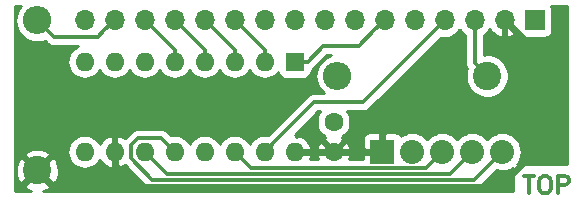
<source format=gtl>
G04 #@! TF.GenerationSoftware,KiCad,Pcbnew,(5.1.4)-1*
G04 #@! TF.CreationDate,2019-09-10T00:03:10+02:00*
G04 #@! TF.ProjectId,Display,44697370-6c61-4792-9e6b-696361645f70,1.0*
G04 #@! TF.SameCoordinates,PXd59f80PY1d905c0*
G04 #@! TF.FileFunction,Copper,L1,Top*
G04 #@! TF.FilePolarity,Positive*
%FSLAX46Y46*%
G04 Gerber Fmt 4.6, Leading zero omitted, Abs format (unit mm)*
G04 Created by KiCad (PCBNEW (5.1.4)-1) date 2019-09-10 00:03:10*
%MOMM*%
%LPD*%
G04 APERTURE LIST*
%ADD10C,0.300000*%
%ADD11O,2.032000X2.032000*%
%ADD12R,2.032000X2.032000*%
%ADD13O,1.700000X1.700000*%
%ADD14R,1.700000X1.700000*%
%ADD15O,1.600000X1.600000*%
%ADD16R,1.600000X1.600000*%
%ADD17O,2.400000X2.400000*%
%ADD18C,2.400000*%
%ADD19C,1.600000*%
%ADD20C,0.600000*%
%ADD21C,0.254000*%
G04 APERTURE END LIST*
D10*
X43709571Y1976429D02*
X44566714Y1976429D01*
X44138142Y476429D02*
X44138142Y1976429D01*
X45352428Y1976429D02*
X45638142Y1976429D01*
X45781000Y1905000D01*
X45923857Y1762143D01*
X45995285Y1476429D01*
X45995285Y976429D01*
X45923857Y690715D01*
X45781000Y547858D01*
X45638142Y476429D01*
X45352428Y476429D01*
X45209571Y547858D01*
X45066714Y690715D01*
X44995285Y976429D01*
X44995285Y1476429D01*
X45066714Y1762143D01*
X45209571Y1905000D01*
X45352428Y1976429D01*
X46638142Y476429D02*
X46638142Y1976429D01*
X47209571Y1976429D01*
X47352428Y1905000D01*
X47423857Y1833572D01*
X47495285Y1690715D01*
X47495285Y1476429D01*
X47423857Y1333572D01*
X47352428Y1262143D01*
X47209571Y1190715D01*
X46638142Y1190715D01*
D11*
X41880000Y4012500D03*
X39340000Y4012500D03*
X36800000Y4012500D03*
X34260000Y4012500D03*
D12*
X31720000Y4012500D03*
D13*
X6510500Y15125000D03*
X9050500Y15125000D03*
X11590500Y15125000D03*
X14130500Y15125000D03*
X16670500Y15125000D03*
X19210500Y15125000D03*
X21750500Y15125000D03*
X24290500Y15125000D03*
X26830500Y15125000D03*
X29370500Y15125000D03*
X31910500Y15125000D03*
X34450500Y15125000D03*
X36990500Y15125000D03*
X39530500Y15125000D03*
X42070500Y15125000D03*
D14*
X44610500Y15125000D03*
D15*
X24290500Y4012500D03*
X6510500Y11632500D03*
X21750500Y4012500D03*
X9050500Y11632500D03*
X19210500Y4012500D03*
X11590500Y11632500D03*
X16670500Y4012500D03*
X14130500Y11632500D03*
X14130500Y4012500D03*
X16670500Y11632500D03*
X11590500Y4012500D03*
X19210500Y11632500D03*
X9050500Y4012500D03*
X21750500Y11632500D03*
X6510500Y4012500D03*
D16*
X24290500Y11632500D03*
D17*
X27910000Y10426000D03*
D18*
X40610000Y10426000D03*
D17*
X2510000Y15125000D03*
D18*
X2510000Y2425000D03*
D19*
X27592500Y6512500D03*
X27592500Y4012500D03*
D20*
X31720000Y4012500D02*
X27592500Y4012500D01*
X24290500Y4012500D02*
X27592500Y4012500D01*
X3709999Y1225001D02*
X2510000Y2425000D01*
X3938531Y996469D02*
X3709999Y1225001D01*
X10935161Y996469D02*
X11368031Y996469D01*
X9050500Y2881130D02*
X10935161Y996469D01*
X9050500Y4012500D02*
X9050500Y2881130D01*
X11368031Y996469D02*
X3938531Y996469D01*
X41594469Y996469D02*
X11368031Y996469D01*
X44166000Y3568000D02*
X41594469Y996469D01*
X42070500Y15125000D02*
X44166000Y13029500D01*
X33660000Y7568500D02*
X44166000Y7568500D01*
X31720000Y5628500D02*
X33660000Y7568500D01*
X31720000Y4012500D02*
X31720000Y5628500D01*
X44166000Y13029500D02*
X44166000Y7568500D01*
X44166000Y7568500D02*
X44166000Y3568000D01*
D10*
X8200501Y14275001D02*
X9050500Y15125000D01*
X7653500Y13728000D02*
X8200501Y14275001D01*
X3907000Y13728000D02*
X7653500Y13728000D01*
X2510000Y15125000D02*
X3907000Y13728000D01*
X39530500Y11505500D02*
X40610000Y10426000D01*
X39530500Y15125000D02*
X39530500Y11505500D01*
X40864001Y2996501D02*
X41880000Y4012500D01*
X39513979Y1646479D02*
X40864001Y2996501D01*
X12254519Y1646479D02*
X39513979Y1646479D01*
X10440499Y3460499D02*
X12254519Y1646479D01*
X10440499Y4564501D02*
X10440499Y3460499D01*
X11038499Y5162501D02*
X10440499Y4564501D01*
X12980499Y5162501D02*
X11038499Y5162501D01*
X14130500Y4012500D02*
X12980499Y5162501D01*
X12390499Y3212501D02*
X11590500Y4012500D01*
X13456511Y2146489D02*
X12390499Y3212501D01*
X37473989Y2146489D02*
X13456511Y2146489D01*
X39340000Y4012500D02*
X37473989Y2146489D01*
X20010499Y3212501D02*
X19210500Y4012500D01*
X20576501Y2646499D02*
X20010499Y3212501D01*
X35433999Y2646499D02*
X20576501Y2646499D01*
X36800000Y4012500D02*
X35433999Y2646499D01*
X22550499Y4812499D02*
X21750500Y4012500D01*
X25941500Y8203500D02*
X22550499Y4812499D01*
X36990500Y15125000D02*
X30069000Y8203500D01*
X30069000Y8203500D02*
X25941500Y8203500D01*
X14130500Y12585000D02*
X14130500Y11632500D01*
X11590500Y15125000D02*
X14130500Y12585000D01*
X16670500Y12585000D02*
X16670500Y11632500D01*
X14130500Y15125000D02*
X16670500Y12585000D01*
X19210500Y12585000D02*
X19210500Y11632500D01*
X16670500Y15125000D02*
X19210500Y12585000D01*
X21750500Y12585000D02*
X21750500Y11632500D01*
X19210500Y15125000D02*
X21750500Y12585000D01*
X31060501Y14275001D02*
X31910500Y15125000D01*
X29751500Y12966000D02*
X31060501Y14275001D01*
X26724000Y12966000D02*
X29751500Y12966000D01*
X24290500Y11632500D02*
X25390500Y11632500D01*
X25390500Y11632500D02*
X26724000Y12966000D01*
D21*
G36*
X976871Y16149404D02*
G01*
X806479Y15830622D01*
X701552Y15484723D01*
X666122Y15125000D01*
X701552Y14765277D01*
X806479Y14419378D01*
X976871Y14100596D01*
X1206181Y13821181D01*
X1485596Y13591871D01*
X1804378Y13421479D01*
X2150277Y13316552D01*
X2419861Y13290000D01*
X2600139Y13290000D01*
X2869723Y13316552D01*
X3129491Y13395351D01*
X3324658Y13200184D01*
X3349236Y13170236D01*
X3379184Y13145658D01*
X3379187Y13145655D01*
X3382710Y13142764D01*
X3468767Y13072138D01*
X3605140Y12999246D01*
X3714738Y12966000D01*
X3753112Y12954359D01*
X3767490Y12952943D01*
X3868439Y12943000D01*
X3868446Y12943000D01*
X3906999Y12939203D01*
X3945552Y12943000D01*
X5918128Y12943000D01*
X5709399Y12831432D01*
X5490892Y12652108D01*
X5311568Y12433601D01*
X5178318Y12184308D01*
X5096264Y11913809D01*
X5068557Y11632500D01*
X5096264Y11351191D01*
X5178318Y11080692D01*
X5311568Y10831399D01*
X5490892Y10612892D01*
X5709399Y10433568D01*
X5958692Y10300318D01*
X6229191Y10218264D01*
X6440008Y10197500D01*
X6580992Y10197500D01*
X6791809Y10218264D01*
X7062308Y10300318D01*
X7311601Y10433568D01*
X7530108Y10612892D01*
X7709432Y10831399D01*
X7780500Y10964358D01*
X7851568Y10831399D01*
X8030892Y10612892D01*
X8249399Y10433568D01*
X8498692Y10300318D01*
X8769191Y10218264D01*
X8980008Y10197500D01*
X9120992Y10197500D01*
X9331809Y10218264D01*
X9602308Y10300318D01*
X9851601Y10433568D01*
X10070108Y10612892D01*
X10249432Y10831399D01*
X10320500Y10964358D01*
X10391568Y10831399D01*
X10570892Y10612892D01*
X10789399Y10433568D01*
X11038692Y10300318D01*
X11309191Y10218264D01*
X11520008Y10197500D01*
X11660992Y10197500D01*
X11871809Y10218264D01*
X12142308Y10300318D01*
X12391601Y10433568D01*
X12610108Y10612892D01*
X12789432Y10831399D01*
X12860500Y10964358D01*
X12931568Y10831399D01*
X13110892Y10612892D01*
X13329399Y10433568D01*
X13578692Y10300318D01*
X13849191Y10218264D01*
X14060008Y10197500D01*
X14200992Y10197500D01*
X14411809Y10218264D01*
X14682308Y10300318D01*
X14931601Y10433568D01*
X15150108Y10612892D01*
X15329432Y10831399D01*
X15400500Y10964358D01*
X15471568Y10831399D01*
X15650892Y10612892D01*
X15869399Y10433568D01*
X16118692Y10300318D01*
X16389191Y10218264D01*
X16600008Y10197500D01*
X16740992Y10197500D01*
X16951809Y10218264D01*
X17222308Y10300318D01*
X17471601Y10433568D01*
X17690108Y10612892D01*
X17869432Y10831399D01*
X17940500Y10964358D01*
X18011568Y10831399D01*
X18190892Y10612892D01*
X18409399Y10433568D01*
X18658692Y10300318D01*
X18929191Y10218264D01*
X19140008Y10197500D01*
X19280992Y10197500D01*
X19491809Y10218264D01*
X19762308Y10300318D01*
X20011601Y10433568D01*
X20230108Y10612892D01*
X20409432Y10831399D01*
X20480500Y10964358D01*
X20551568Y10831399D01*
X20730892Y10612892D01*
X20949399Y10433568D01*
X21198692Y10300318D01*
X21469191Y10218264D01*
X21680008Y10197500D01*
X21820992Y10197500D01*
X22031809Y10218264D01*
X22302308Y10300318D01*
X22551601Y10433568D01*
X22770108Y10612892D01*
X22862919Y10725982D01*
X22864688Y10708018D01*
X22900998Y10588320D01*
X22959963Y10478006D01*
X23039315Y10381315D01*
X23136006Y10301963D01*
X23246320Y10242998D01*
X23366018Y10206688D01*
X23490500Y10194428D01*
X25090500Y10194428D01*
X25214982Y10206688D01*
X25334680Y10242998D01*
X25444994Y10301963D01*
X25541685Y10381315D01*
X25621037Y10478006D01*
X25680002Y10588320D01*
X25716312Y10708018D01*
X25728572Y10832500D01*
X25728572Y10923101D01*
X25828733Y10976638D01*
X25948264Y11074736D01*
X25972847Y11104690D01*
X27049157Y12181000D01*
X27374082Y12181000D01*
X27204378Y12129521D01*
X26885596Y11959129D01*
X26606181Y11729819D01*
X26376871Y11450404D01*
X26206479Y11131622D01*
X26101552Y10785723D01*
X26066122Y10426000D01*
X26101552Y10066277D01*
X26206479Y9720378D01*
X26376871Y9401596D01*
X26606181Y9122181D01*
X26769072Y8988500D01*
X25980056Y8988500D01*
X25941500Y8992297D01*
X25902944Y8988500D01*
X25902939Y8988500D01*
X25862526Y8984520D01*
X25787613Y8977142D01*
X25639640Y8932254D01*
X25503267Y8859362D01*
X25383736Y8761264D01*
X25359155Y8731312D01*
X22049279Y5421436D01*
X22031809Y5426736D01*
X21820992Y5447500D01*
X21680008Y5447500D01*
X21469191Y5426736D01*
X21198692Y5344682D01*
X20949399Y5211432D01*
X20730892Y5032108D01*
X20551568Y4813601D01*
X20480500Y4680642D01*
X20409432Y4813601D01*
X20230108Y5032108D01*
X20011601Y5211432D01*
X19762308Y5344682D01*
X19491809Y5426736D01*
X19280992Y5447500D01*
X19140008Y5447500D01*
X18929191Y5426736D01*
X18658692Y5344682D01*
X18409399Y5211432D01*
X18190892Y5032108D01*
X18011568Y4813601D01*
X17940500Y4680642D01*
X17869432Y4813601D01*
X17690108Y5032108D01*
X17471601Y5211432D01*
X17222308Y5344682D01*
X16951809Y5426736D01*
X16740992Y5447500D01*
X16600008Y5447500D01*
X16389191Y5426736D01*
X16118692Y5344682D01*
X15869399Y5211432D01*
X15650892Y5032108D01*
X15471568Y4813601D01*
X15400500Y4680642D01*
X15329432Y4813601D01*
X15150108Y5032108D01*
X14931601Y5211432D01*
X14682308Y5344682D01*
X14411809Y5426736D01*
X14200992Y5447500D01*
X14060008Y5447500D01*
X13849191Y5426736D01*
X13831721Y5421437D01*
X13562846Y5690311D01*
X13538263Y5720265D01*
X13418732Y5818363D01*
X13282359Y5891255D01*
X13134386Y5936142D01*
X13019060Y5947501D01*
X13019052Y5947501D01*
X12980499Y5951298D01*
X12941946Y5947501D01*
X11077055Y5947501D01*
X11038499Y5951298D01*
X10999943Y5947501D01*
X10999938Y5947501D01*
X10959525Y5943521D01*
X10884612Y5936143D01*
X10736639Y5891255D01*
X10600266Y5818363D01*
X10480735Y5720265D01*
X10456152Y5690311D01*
X9915103Y5149262D01*
X9787920Y5243537D01*
X9533587Y5363746D01*
X9399539Y5404404D01*
X9177500Y5282415D01*
X9177500Y4139500D01*
X9197500Y4139500D01*
X9197500Y3885500D01*
X9177500Y3885500D01*
X9177500Y2742585D01*
X9399539Y2620596D01*
X9533587Y2661254D01*
X9787920Y2781463D01*
X9915103Y2875738D01*
X11672172Y1118669D01*
X11696755Y1088715D01*
X11816286Y990617D01*
X11952659Y917725D01*
X12100632Y872837D01*
X12175545Y865459D01*
X12215958Y861479D01*
X12215963Y861479D01*
X12254519Y857682D01*
X12293075Y861479D01*
X39475426Y861479D01*
X39513979Y857682D01*
X39552532Y861479D01*
X39552540Y861479D01*
X39667866Y872838D01*
X39815839Y917725D01*
X39952212Y990617D01*
X40071743Y1088715D01*
X40096326Y1118669D01*
X41408037Y2430379D01*
X41556347Y2385389D01*
X41798896Y2361500D01*
X41961104Y2361500D01*
X42203653Y2385389D01*
X42514867Y2479795D01*
X42801684Y2633102D01*
X42826714Y2653643D01*
X42826714Y660000D01*
X3018380Y660000D01*
X3265833Y743154D01*
X3488486Y862164D01*
X3608374Y1147020D01*
X2510000Y2245395D01*
X1411626Y1147020D01*
X1531514Y862164D01*
X1855210Y701301D01*
X2007480Y660000D01*
X660000Y660000D01*
X660000Y2370316D01*
X666933Y2370316D01*
X713015Y2011802D01*
X828154Y1669167D01*
X947164Y1446514D01*
X1232020Y1326626D01*
X2330395Y2425000D01*
X2689605Y2425000D01*
X3787980Y1326626D01*
X4072836Y1446514D01*
X4233699Y1770210D01*
X4328322Y2119069D01*
X4353067Y2479684D01*
X4306985Y2838198D01*
X4191846Y3180833D01*
X4072836Y3403486D01*
X3787980Y3523374D01*
X2689605Y2425000D01*
X2330395Y2425000D01*
X1232020Y3523374D01*
X947164Y3403486D01*
X786301Y3079790D01*
X691678Y2730931D01*
X666933Y2370316D01*
X660000Y2370316D01*
X660000Y3702980D01*
X1411626Y3702980D01*
X2510000Y2604605D01*
X3608374Y3702980D01*
X3488486Y3987836D01*
X3438856Y4012500D01*
X5068557Y4012500D01*
X5096264Y3731191D01*
X5178318Y3460692D01*
X5311568Y3211399D01*
X5490892Y2992892D01*
X5709399Y2813568D01*
X5958692Y2680318D01*
X6229191Y2598264D01*
X6440008Y2577500D01*
X6580992Y2577500D01*
X6791809Y2598264D01*
X7062308Y2680318D01*
X7311601Y2813568D01*
X7530108Y2992892D01*
X7709432Y3211399D01*
X7783079Y3349182D01*
X7898115Y3157369D01*
X8087086Y2948981D01*
X8313080Y2781463D01*
X8567413Y2661254D01*
X8701461Y2620596D01*
X8923500Y2742585D01*
X8923500Y3885500D01*
X8903500Y3885500D01*
X8903500Y4139500D01*
X8923500Y4139500D01*
X8923500Y5282415D01*
X8701461Y5404404D01*
X8567413Y5363746D01*
X8313080Y5243537D01*
X8087086Y5076019D01*
X7898115Y4867631D01*
X7783079Y4675818D01*
X7709432Y4813601D01*
X7530108Y5032108D01*
X7311601Y5211432D01*
X7062308Y5344682D01*
X6791809Y5426736D01*
X6580992Y5447500D01*
X6440008Y5447500D01*
X6229191Y5426736D01*
X5958692Y5344682D01*
X5709399Y5211432D01*
X5490892Y5032108D01*
X5311568Y4813601D01*
X5178318Y4564308D01*
X5096264Y4293809D01*
X5068557Y4012500D01*
X3438856Y4012500D01*
X3164790Y4148699D01*
X2815931Y4243322D01*
X2455316Y4268067D01*
X2096802Y4221985D01*
X1754167Y4106846D01*
X1531514Y3987836D01*
X1411626Y3702980D01*
X660000Y3702980D01*
X660000Y16340000D01*
X1133289Y16340000D01*
X976871Y16149404D01*
X976871Y16149404D01*
G37*
X976871Y16149404D02*
X806479Y15830622D01*
X701552Y15484723D01*
X666122Y15125000D01*
X701552Y14765277D01*
X806479Y14419378D01*
X976871Y14100596D01*
X1206181Y13821181D01*
X1485596Y13591871D01*
X1804378Y13421479D01*
X2150277Y13316552D01*
X2419861Y13290000D01*
X2600139Y13290000D01*
X2869723Y13316552D01*
X3129491Y13395351D01*
X3324658Y13200184D01*
X3349236Y13170236D01*
X3379184Y13145658D01*
X3379187Y13145655D01*
X3382710Y13142764D01*
X3468767Y13072138D01*
X3605140Y12999246D01*
X3714738Y12966000D01*
X3753112Y12954359D01*
X3767490Y12952943D01*
X3868439Y12943000D01*
X3868446Y12943000D01*
X3906999Y12939203D01*
X3945552Y12943000D01*
X5918128Y12943000D01*
X5709399Y12831432D01*
X5490892Y12652108D01*
X5311568Y12433601D01*
X5178318Y12184308D01*
X5096264Y11913809D01*
X5068557Y11632500D01*
X5096264Y11351191D01*
X5178318Y11080692D01*
X5311568Y10831399D01*
X5490892Y10612892D01*
X5709399Y10433568D01*
X5958692Y10300318D01*
X6229191Y10218264D01*
X6440008Y10197500D01*
X6580992Y10197500D01*
X6791809Y10218264D01*
X7062308Y10300318D01*
X7311601Y10433568D01*
X7530108Y10612892D01*
X7709432Y10831399D01*
X7780500Y10964358D01*
X7851568Y10831399D01*
X8030892Y10612892D01*
X8249399Y10433568D01*
X8498692Y10300318D01*
X8769191Y10218264D01*
X8980008Y10197500D01*
X9120992Y10197500D01*
X9331809Y10218264D01*
X9602308Y10300318D01*
X9851601Y10433568D01*
X10070108Y10612892D01*
X10249432Y10831399D01*
X10320500Y10964358D01*
X10391568Y10831399D01*
X10570892Y10612892D01*
X10789399Y10433568D01*
X11038692Y10300318D01*
X11309191Y10218264D01*
X11520008Y10197500D01*
X11660992Y10197500D01*
X11871809Y10218264D01*
X12142308Y10300318D01*
X12391601Y10433568D01*
X12610108Y10612892D01*
X12789432Y10831399D01*
X12860500Y10964358D01*
X12931568Y10831399D01*
X13110892Y10612892D01*
X13329399Y10433568D01*
X13578692Y10300318D01*
X13849191Y10218264D01*
X14060008Y10197500D01*
X14200992Y10197500D01*
X14411809Y10218264D01*
X14682308Y10300318D01*
X14931601Y10433568D01*
X15150108Y10612892D01*
X15329432Y10831399D01*
X15400500Y10964358D01*
X15471568Y10831399D01*
X15650892Y10612892D01*
X15869399Y10433568D01*
X16118692Y10300318D01*
X16389191Y10218264D01*
X16600008Y10197500D01*
X16740992Y10197500D01*
X16951809Y10218264D01*
X17222308Y10300318D01*
X17471601Y10433568D01*
X17690108Y10612892D01*
X17869432Y10831399D01*
X17940500Y10964358D01*
X18011568Y10831399D01*
X18190892Y10612892D01*
X18409399Y10433568D01*
X18658692Y10300318D01*
X18929191Y10218264D01*
X19140008Y10197500D01*
X19280992Y10197500D01*
X19491809Y10218264D01*
X19762308Y10300318D01*
X20011601Y10433568D01*
X20230108Y10612892D01*
X20409432Y10831399D01*
X20480500Y10964358D01*
X20551568Y10831399D01*
X20730892Y10612892D01*
X20949399Y10433568D01*
X21198692Y10300318D01*
X21469191Y10218264D01*
X21680008Y10197500D01*
X21820992Y10197500D01*
X22031809Y10218264D01*
X22302308Y10300318D01*
X22551601Y10433568D01*
X22770108Y10612892D01*
X22862919Y10725982D01*
X22864688Y10708018D01*
X22900998Y10588320D01*
X22959963Y10478006D01*
X23039315Y10381315D01*
X23136006Y10301963D01*
X23246320Y10242998D01*
X23366018Y10206688D01*
X23490500Y10194428D01*
X25090500Y10194428D01*
X25214982Y10206688D01*
X25334680Y10242998D01*
X25444994Y10301963D01*
X25541685Y10381315D01*
X25621037Y10478006D01*
X25680002Y10588320D01*
X25716312Y10708018D01*
X25728572Y10832500D01*
X25728572Y10923101D01*
X25828733Y10976638D01*
X25948264Y11074736D01*
X25972847Y11104690D01*
X27049157Y12181000D01*
X27374082Y12181000D01*
X27204378Y12129521D01*
X26885596Y11959129D01*
X26606181Y11729819D01*
X26376871Y11450404D01*
X26206479Y11131622D01*
X26101552Y10785723D01*
X26066122Y10426000D01*
X26101552Y10066277D01*
X26206479Y9720378D01*
X26376871Y9401596D01*
X26606181Y9122181D01*
X26769072Y8988500D01*
X25980056Y8988500D01*
X25941500Y8992297D01*
X25902944Y8988500D01*
X25902939Y8988500D01*
X25862526Y8984520D01*
X25787613Y8977142D01*
X25639640Y8932254D01*
X25503267Y8859362D01*
X25383736Y8761264D01*
X25359155Y8731312D01*
X22049279Y5421436D01*
X22031809Y5426736D01*
X21820992Y5447500D01*
X21680008Y5447500D01*
X21469191Y5426736D01*
X21198692Y5344682D01*
X20949399Y5211432D01*
X20730892Y5032108D01*
X20551568Y4813601D01*
X20480500Y4680642D01*
X20409432Y4813601D01*
X20230108Y5032108D01*
X20011601Y5211432D01*
X19762308Y5344682D01*
X19491809Y5426736D01*
X19280992Y5447500D01*
X19140008Y5447500D01*
X18929191Y5426736D01*
X18658692Y5344682D01*
X18409399Y5211432D01*
X18190892Y5032108D01*
X18011568Y4813601D01*
X17940500Y4680642D01*
X17869432Y4813601D01*
X17690108Y5032108D01*
X17471601Y5211432D01*
X17222308Y5344682D01*
X16951809Y5426736D01*
X16740992Y5447500D01*
X16600008Y5447500D01*
X16389191Y5426736D01*
X16118692Y5344682D01*
X15869399Y5211432D01*
X15650892Y5032108D01*
X15471568Y4813601D01*
X15400500Y4680642D01*
X15329432Y4813601D01*
X15150108Y5032108D01*
X14931601Y5211432D01*
X14682308Y5344682D01*
X14411809Y5426736D01*
X14200992Y5447500D01*
X14060008Y5447500D01*
X13849191Y5426736D01*
X13831721Y5421437D01*
X13562846Y5690311D01*
X13538263Y5720265D01*
X13418732Y5818363D01*
X13282359Y5891255D01*
X13134386Y5936142D01*
X13019060Y5947501D01*
X13019052Y5947501D01*
X12980499Y5951298D01*
X12941946Y5947501D01*
X11077055Y5947501D01*
X11038499Y5951298D01*
X10999943Y5947501D01*
X10999938Y5947501D01*
X10959525Y5943521D01*
X10884612Y5936143D01*
X10736639Y5891255D01*
X10600266Y5818363D01*
X10480735Y5720265D01*
X10456152Y5690311D01*
X9915103Y5149262D01*
X9787920Y5243537D01*
X9533587Y5363746D01*
X9399539Y5404404D01*
X9177500Y5282415D01*
X9177500Y4139500D01*
X9197500Y4139500D01*
X9197500Y3885500D01*
X9177500Y3885500D01*
X9177500Y2742585D01*
X9399539Y2620596D01*
X9533587Y2661254D01*
X9787920Y2781463D01*
X9915103Y2875738D01*
X11672172Y1118669D01*
X11696755Y1088715D01*
X11816286Y990617D01*
X11952659Y917725D01*
X12100632Y872837D01*
X12175545Y865459D01*
X12215958Y861479D01*
X12215963Y861479D01*
X12254519Y857682D01*
X12293075Y861479D01*
X39475426Y861479D01*
X39513979Y857682D01*
X39552532Y861479D01*
X39552540Y861479D01*
X39667866Y872838D01*
X39815839Y917725D01*
X39952212Y990617D01*
X40071743Y1088715D01*
X40096326Y1118669D01*
X41408037Y2430379D01*
X41556347Y2385389D01*
X41798896Y2361500D01*
X41961104Y2361500D01*
X42203653Y2385389D01*
X42514867Y2479795D01*
X42801684Y2633102D01*
X42826714Y2653643D01*
X42826714Y660000D01*
X3018380Y660000D01*
X3265833Y743154D01*
X3488486Y862164D01*
X3608374Y1147020D01*
X2510000Y2245395D01*
X1411626Y1147020D01*
X1531514Y862164D01*
X1855210Y701301D01*
X2007480Y660000D01*
X660000Y660000D01*
X660000Y2370316D01*
X666933Y2370316D01*
X713015Y2011802D01*
X828154Y1669167D01*
X947164Y1446514D01*
X1232020Y1326626D01*
X2330395Y2425000D01*
X2689605Y2425000D01*
X3787980Y1326626D01*
X4072836Y1446514D01*
X4233699Y1770210D01*
X4328322Y2119069D01*
X4353067Y2479684D01*
X4306985Y2838198D01*
X4191846Y3180833D01*
X4072836Y3403486D01*
X3787980Y3523374D01*
X2689605Y2425000D01*
X2330395Y2425000D01*
X1232020Y3523374D01*
X947164Y3403486D01*
X786301Y3079790D01*
X691678Y2730931D01*
X666933Y2370316D01*
X660000Y2370316D01*
X660000Y3702980D01*
X1411626Y3702980D01*
X2510000Y2604605D01*
X3608374Y3702980D01*
X3488486Y3987836D01*
X3438856Y4012500D01*
X5068557Y4012500D01*
X5096264Y3731191D01*
X5178318Y3460692D01*
X5311568Y3211399D01*
X5490892Y2992892D01*
X5709399Y2813568D01*
X5958692Y2680318D01*
X6229191Y2598264D01*
X6440008Y2577500D01*
X6580992Y2577500D01*
X6791809Y2598264D01*
X7062308Y2680318D01*
X7311601Y2813568D01*
X7530108Y2992892D01*
X7709432Y3211399D01*
X7783079Y3349182D01*
X7898115Y3157369D01*
X8087086Y2948981D01*
X8313080Y2781463D01*
X8567413Y2661254D01*
X8701461Y2620596D01*
X8923500Y2742585D01*
X8923500Y3885500D01*
X8903500Y3885500D01*
X8903500Y4139500D01*
X8923500Y4139500D01*
X8923500Y5282415D01*
X8701461Y5404404D01*
X8567413Y5363746D01*
X8313080Y5243537D01*
X8087086Y5076019D01*
X7898115Y4867631D01*
X7783079Y4675818D01*
X7709432Y4813601D01*
X7530108Y5032108D01*
X7311601Y5211432D01*
X7062308Y5344682D01*
X6791809Y5426736D01*
X6580992Y5447500D01*
X6440008Y5447500D01*
X6229191Y5426736D01*
X5958692Y5344682D01*
X5709399Y5211432D01*
X5490892Y5032108D01*
X5311568Y4813601D01*
X5178318Y4564308D01*
X5096264Y4293809D01*
X5068557Y4012500D01*
X3438856Y4012500D01*
X3164790Y4148699D01*
X2815931Y4243322D01*
X2455316Y4268067D01*
X2096802Y4221985D01*
X1754167Y4106846D01*
X1531514Y3987836D01*
X1411626Y3702980D01*
X660000Y3702980D01*
X660000Y16340000D01*
X1133289Y16340000D01*
X976871Y16149404D01*
G36*
X47340001Y2945000D02*
G01*
X43139730Y2945000D01*
X43259398Y3090816D01*
X43412705Y3377633D01*
X43507111Y3688847D01*
X43538988Y4012500D01*
X43507111Y4336153D01*
X43412705Y4647367D01*
X43259398Y4934184D01*
X43053082Y5185582D01*
X42801684Y5391898D01*
X42514867Y5545205D01*
X42203653Y5639611D01*
X41961104Y5663500D01*
X41798896Y5663500D01*
X41556347Y5639611D01*
X41245133Y5545205D01*
X40958316Y5391898D01*
X40706918Y5185582D01*
X40610000Y5067486D01*
X40513082Y5185582D01*
X40261684Y5391898D01*
X39974867Y5545205D01*
X39663653Y5639611D01*
X39421104Y5663500D01*
X39258896Y5663500D01*
X39016347Y5639611D01*
X38705133Y5545205D01*
X38418316Y5391898D01*
X38166918Y5185582D01*
X38070000Y5067486D01*
X37973082Y5185582D01*
X37721684Y5391898D01*
X37434867Y5545205D01*
X37123653Y5639611D01*
X36881104Y5663500D01*
X36718896Y5663500D01*
X36476347Y5639611D01*
X36165133Y5545205D01*
X35878316Y5391898D01*
X35626918Y5185582D01*
X35530000Y5067486D01*
X35433082Y5185582D01*
X35181684Y5391898D01*
X34894867Y5545205D01*
X34583653Y5639611D01*
X34341104Y5663500D01*
X34178896Y5663500D01*
X33936347Y5639611D01*
X33625133Y5545205D01*
X33338316Y5391898D01*
X33285115Y5348237D01*
X33266537Y5382994D01*
X33187185Y5479685D01*
X33090494Y5559037D01*
X32980180Y5618002D01*
X32860482Y5654312D01*
X32736000Y5666572D01*
X32005750Y5663500D01*
X31847000Y5504750D01*
X31847000Y4139500D01*
X31867000Y4139500D01*
X31867000Y3885500D01*
X31847000Y3885500D01*
X31847000Y3865500D01*
X31593000Y3865500D01*
X31593000Y3885500D01*
X30227750Y3885500D01*
X30069000Y3726750D01*
X30067758Y3431499D01*
X28905121Y3431499D01*
X28950071Y3526496D01*
X29018800Y3800684D01*
X29032717Y4083012D01*
X28991287Y4362630D01*
X28896103Y4628792D01*
X28829171Y4754014D01*
X28585202Y4825597D01*
X27772105Y4012500D01*
X27786248Y3998357D01*
X27606643Y3818752D01*
X27592500Y3832895D01*
X27578358Y3818752D01*
X27398753Y3998357D01*
X27412895Y4012500D01*
X26599798Y4825597D01*
X26355829Y4754014D01*
X26234929Y4498504D01*
X26166200Y4224316D01*
X26152283Y3941988D01*
X26193713Y3662370D01*
X26276276Y3431499D01*
X25599344Y3431499D01*
X25682409Y3663460D01*
X25561124Y3885500D01*
X24417500Y3885500D01*
X24417500Y3865500D01*
X24163500Y3865500D01*
X24163500Y3885500D01*
X24143500Y3885500D01*
X24143500Y4139500D01*
X24163500Y4139500D01*
X24163500Y4159500D01*
X24417500Y4159500D01*
X24417500Y4139500D01*
X25561124Y4139500D01*
X25682409Y4361540D01*
X25587570Y4626381D01*
X25442885Y4867631D01*
X25253914Y5076019D01*
X25027920Y5243537D01*
X24773587Y5363746D01*
X24639539Y5404404D01*
X24417502Y5282416D01*
X24417502Y5447500D01*
X24295657Y5447500D01*
X26266657Y7418500D01*
X26472010Y7418500D01*
X26320820Y7192227D01*
X26212647Y6931074D01*
X26157500Y6653835D01*
X26157500Y6371165D01*
X26212647Y6093926D01*
X26320820Y5832773D01*
X26477863Y5597741D01*
X26677741Y5397863D01*
X26878369Y5263808D01*
X26850986Y5249171D01*
X26779403Y5005202D01*
X27592500Y4192105D01*
X28405597Y5005202D01*
X28398762Y5028500D01*
X30065928Y5028500D01*
X30069000Y4298250D01*
X30227750Y4139500D01*
X31593000Y4139500D01*
X31593000Y5504750D01*
X31434250Y5663500D01*
X30704000Y5666572D01*
X30579518Y5654312D01*
X30459820Y5618002D01*
X30349506Y5559037D01*
X30252815Y5479685D01*
X30173463Y5382994D01*
X30114498Y5272680D01*
X30078188Y5152982D01*
X30065928Y5028500D01*
X28398762Y5028500D01*
X28334014Y5249171D01*
X28305159Y5262824D01*
X28507259Y5397863D01*
X28707137Y5597741D01*
X28864180Y5832773D01*
X28972353Y6093926D01*
X29027500Y6371165D01*
X29027500Y6653835D01*
X28972353Y6931074D01*
X28864180Y7192227D01*
X28712990Y7418500D01*
X30030447Y7418500D01*
X30069000Y7414703D01*
X30107553Y7418500D01*
X30107561Y7418500D01*
X30222887Y7429859D01*
X30370860Y7474746D01*
X30507233Y7547638D01*
X30626764Y7645736D01*
X30651347Y7675690D01*
X36651632Y13675974D01*
X36699389Y13661487D01*
X36917550Y13640000D01*
X37063450Y13640000D01*
X37281611Y13661487D01*
X37561534Y13746401D01*
X37819514Y13884294D01*
X38045634Y14069866D01*
X38231206Y14295986D01*
X38260500Y14350791D01*
X38289794Y14295986D01*
X38475366Y14069866D01*
X38701486Y13884294D01*
X38745500Y13860768D01*
X38745501Y11544063D01*
X38741703Y11505500D01*
X38756859Y11351614D01*
X38801746Y11203641D01*
X38801747Y11203640D01*
X38874639Y11067267D01*
X38884470Y11055288D01*
X38845518Y10961250D01*
X38775000Y10606732D01*
X38775000Y10245268D01*
X38845518Y9890750D01*
X38983844Y9556801D01*
X39184662Y9256256D01*
X39440256Y9000662D01*
X39740801Y8799844D01*
X40074750Y8661518D01*
X40429268Y8591000D01*
X40790732Y8591000D01*
X41145250Y8661518D01*
X41479199Y8799844D01*
X41779744Y9000662D01*
X42035338Y9256256D01*
X42236156Y9556801D01*
X42374482Y9890750D01*
X42445000Y10245268D01*
X42445000Y10606732D01*
X42374482Y10961250D01*
X42236156Y11295199D01*
X42035338Y11595744D01*
X41779744Y11851338D01*
X41479199Y12052156D01*
X41145250Y12190482D01*
X40790732Y12261000D01*
X40429268Y12261000D01*
X40315500Y12238370D01*
X40315500Y13860768D01*
X40359514Y13884294D01*
X40585634Y14069866D01*
X40771206Y14295986D01*
X40805701Y14360523D01*
X40875322Y14243645D01*
X41070231Y14027412D01*
X41303580Y13853359D01*
X41566401Y13728175D01*
X41713610Y13683524D01*
X41943500Y13804845D01*
X41943500Y14998000D01*
X41923500Y14998000D01*
X41923500Y15252000D01*
X41943500Y15252000D01*
X41943500Y15272000D01*
X42197500Y15272000D01*
X42197500Y15252000D01*
X42217500Y15252000D01*
X42217500Y14998000D01*
X42197500Y14998000D01*
X42197500Y13804845D01*
X42427390Y13683524D01*
X42574599Y13728175D01*
X42837420Y13853359D01*
X43070769Y14027412D01*
X43146534Y14111466D01*
X43170998Y14030820D01*
X43229963Y13920506D01*
X43309315Y13823815D01*
X43406006Y13744463D01*
X43516320Y13685498D01*
X43636018Y13649188D01*
X43760500Y13636928D01*
X45460500Y13636928D01*
X45584982Y13649188D01*
X45704680Y13685498D01*
X45814994Y13744463D01*
X45911685Y13823815D01*
X45991037Y13920506D01*
X46050002Y14030820D01*
X46086312Y14150518D01*
X46098572Y14275000D01*
X46098572Y15975000D01*
X46086312Y16099482D01*
X46050002Y16219180D01*
X45991037Y16329494D01*
X45982415Y16340000D01*
X47340000Y16340000D01*
X47340001Y2945000D01*
X47340001Y2945000D01*
G37*
X47340001Y2945000D02*
X43139730Y2945000D01*
X43259398Y3090816D01*
X43412705Y3377633D01*
X43507111Y3688847D01*
X43538988Y4012500D01*
X43507111Y4336153D01*
X43412705Y4647367D01*
X43259398Y4934184D01*
X43053082Y5185582D01*
X42801684Y5391898D01*
X42514867Y5545205D01*
X42203653Y5639611D01*
X41961104Y5663500D01*
X41798896Y5663500D01*
X41556347Y5639611D01*
X41245133Y5545205D01*
X40958316Y5391898D01*
X40706918Y5185582D01*
X40610000Y5067486D01*
X40513082Y5185582D01*
X40261684Y5391898D01*
X39974867Y5545205D01*
X39663653Y5639611D01*
X39421104Y5663500D01*
X39258896Y5663500D01*
X39016347Y5639611D01*
X38705133Y5545205D01*
X38418316Y5391898D01*
X38166918Y5185582D01*
X38070000Y5067486D01*
X37973082Y5185582D01*
X37721684Y5391898D01*
X37434867Y5545205D01*
X37123653Y5639611D01*
X36881104Y5663500D01*
X36718896Y5663500D01*
X36476347Y5639611D01*
X36165133Y5545205D01*
X35878316Y5391898D01*
X35626918Y5185582D01*
X35530000Y5067486D01*
X35433082Y5185582D01*
X35181684Y5391898D01*
X34894867Y5545205D01*
X34583653Y5639611D01*
X34341104Y5663500D01*
X34178896Y5663500D01*
X33936347Y5639611D01*
X33625133Y5545205D01*
X33338316Y5391898D01*
X33285115Y5348237D01*
X33266537Y5382994D01*
X33187185Y5479685D01*
X33090494Y5559037D01*
X32980180Y5618002D01*
X32860482Y5654312D01*
X32736000Y5666572D01*
X32005750Y5663500D01*
X31847000Y5504750D01*
X31847000Y4139500D01*
X31867000Y4139500D01*
X31867000Y3885500D01*
X31847000Y3885500D01*
X31847000Y3865500D01*
X31593000Y3865500D01*
X31593000Y3885500D01*
X30227750Y3885500D01*
X30069000Y3726750D01*
X30067758Y3431499D01*
X28905121Y3431499D01*
X28950071Y3526496D01*
X29018800Y3800684D01*
X29032717Y4083012D01*
X28991287Y4362630D01*
X28896103Y4628792D01*
X28829171Y4754014D01*
X28585202Y4825597D01*
X27772105Y4012500D01*
X27786248Y3998357D01*
X27606643Y3818752D01*
X27592500Y3832895D01*
X27578358Y3818752D01*
X27398753Y3998357D01*
X27412895Y4012500D01*
X26599798Y4825597D01*
X26355829Y4754014D01*
X26234929Y4498504D01*
X26166200Y4224316D01*
X26152283Y3941988D01*
X26193713Y3662370D01*
X26276276Y3431499D01*
X25599344Y3431499D01*
X25682409Y3663460D01*
X25561124Y3885500D01*
X24417500Y3885500D01*
X24417500Y3865500D01*
X24163500Y3865500D01*
X24163500Y3885500D01*
X24143500Y3885500D01*
X24143500Y4139500D01*
X24163500Y4139500D01*
X24163500Y4159500D01*
X24417500Y4159500D01*
X24417500Y4139500D01*
X25561124Y4139500D01*
X25682409Y4361540D01*
X25587570Y4626381D01*
X25442885Y4867631D01*
X25253914Y5076019D01*
X25027920Y5243537D01*
X24773587Y5363746D01*
X24639539Y5404404D01*
X24417502Y5282416D01*
X24417502Y5447500D01*
X24295657Y5447500D01*
X26266657Y7418500D01*
X26472010Y7418500D01*
X26320820Y7192227D01*
X26212647Y6931074D01*
X26157500Y6653835D01*
X26157500Y6371165D01*
X26212647Y6093926D01*
X26320820Y5832773D01*
X26477863Y5597741D01*
X26677741Y5397863D01*
X26878369Y5263808D01*
X26850986Y5249171D01*
X26779403Y5005202D01*
X27592500Y4192105D01*
X28405597Y5005202D01*
X28398762Y5028500D01*
X30065928Y5028500D01*
X30069000Y4298250D01*
X30227750Y4139500D01*
X31593000Y4139500D01*
X31593000Y5504750D01*
X31434250Y5663500D01*
X30704000Y5666572D01*
X30579518Y5654312D01*
X30459820Y5618002D01*
X30349506Y5559037D01*
X30252815Y5479685D01*
X30173463Y5382994D01*
X30114498Y5272680D01*
X30078188Y5152982D01*
X30065928Y5028500D01*
X28398762Y5028500D01*
X28334014Y5249171D01*
X28305159Y5262824D01*
X28507259Y5397863D01*
X28707137Y5597741D01*
X28864180Y5832773D01*
X28972353Y6093926D01*
X29027500Y6371165D01*
X29027500Y6653835D01*
X28972353Y6931074D01*
X28864180Y7192227D01*
X28712990Y7418500D01*
X30030447Y7418500D01*
X30069000Y7414703D01*
X30107553Y7418500D01*
X30107561Y7418500D01*
X30222887Y7429859D01*
X30370860Y7474746D01*
X30507233Y7547638D01*
X30626764Y7645736D01*
X30651347Y7675690D01*
X36651632Y13675974D01*
X36699389Y13661487D01*
X36917550Y13640000D01*
X37063450Y13640000D01*
X37281611Y13661487D01*
X37561534Y13746401D01*
X37819514Y13884294D01*
X38045634Y14069866D01*
X38231206Y14295986D01*
X38260500Y14350791D01*
X38289794Y14295986D01*
X38475366Y14069866D01*
X38701486Y13884294D01*
X38745500Y13860768D01*
X38745501Y11544063D01*
X38741703Y11505500D01*
X38756859Y11351614D01*
X38801746Y11203641D01*
X38801747Y11203640D01*
X38874639Y11067267D01*
X38884470Y11055288D01*
X38845518Y10961250D01*
X38775000Y10606732D01*
X38775000Y10245268D01*
X38845518Y9890750D01*
X38983844Y9556801D01*
X39184662Y9256256D01*
X39440256Y9000662D01*
X39740801Y8799844D01*
X40074750Y8661518D01*
X40429268Y8591000D01*
X40790732Y8591000D01*
X41145250Y8661518D01*
X41479199Y8799844D01*
X41779744Y9000662D01*
X42035338Y9256256D01*
X42236156Y9556801D01*
X42374482Y9890750D01*
X42445000Y10245268D01*
X42445000Y10606732D01*
X42374482Y10961250D01*
X42236156Y11295199D01*
X42035338Y11595744D01*
X41779744Y11851338D01*
X41479199Y12052156D01*
X41145250Y12190482D01*
X40790732Y12261000D01*
X40429268Y12261000D01*
X40315500Y12238370D01*
X40315500Y13860768D01*
X40359514Y13884294D01*
X40585634Y14069866D01*
X40771206Y14295986D01*
X40805701Y14360523D01*
X40875322Y14243645D01*
X41070231Y14027412D01*
X41303580Y13853359D01*
X41566401Y13728175D01*
X41713610Y13683524D01*
X41943500Y13804845D01*
X41943500Y14998000D01*
X41923500Y14998000D01*
X41923500Y15252000D01*
X41943500Y15252000D01*
X41943500Y15272000D01*
X42197500Y15272000D01*
X42197500Y15252000D01*
X42217500Y15252000D01*
X42217500Y14998000D01*
X42197500Y14998000D01*
X42197500Y13804845D01*
X42427390Y13683524D01*
X42574599Y13728175D01*
X42837420Y13853359D01*
X43070769Y14027412D01*
X43146534Y14111466D01*
X43170998Y14030820D01*
X43229963Y13920506D01*
X43309315Y13823815D01*
X43406006Y13744463D01*
X43516320Y13685498D01*
X43636018Y13649188D01*
X43760500Y13636928D01*
X45460500Y13636928D01*
X45584982Y13649188D01*
X45704680Y13685498D01*
X45814994Y13744463D01*
X45911685Y13823815D01*
X45991037Y13920506D01*
X46050002Y14030820D01*
X46086312Y14150518D01*
X46098572Y14275000D01*
X46098572Y15975000D01*
X46086312Y16099482D01*
X46050002Y16219180D01*
X45991037Y16329494D01*
X45982415Y16340000D01*
X47340000Y16340000D01*
X47340001Y2945000D01*
M02*

</source>
